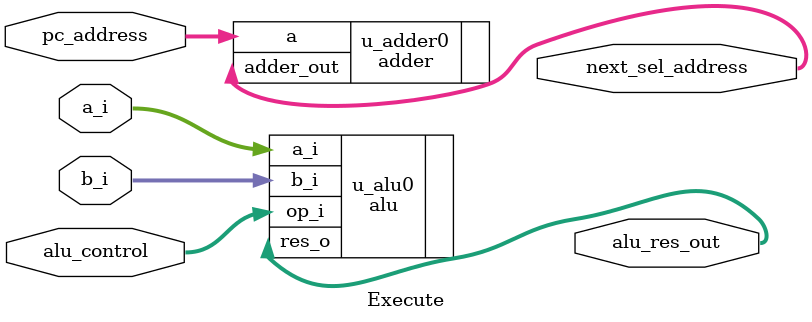
<source format=sv>
module Execute (
    input wire [31:0] a_i,
    input wire [31:0] b_i,
    input wire [3:0]  alu_control,
    input wire [31:0] pc_address,

    output wire [31:0] alu_res_out,
    output wire [31:0] next_sel_address
    );

    // ALU
    alu u_alu0 
    (
        .a_i(a_i),
        .b_i(b_i),
        .op_i(alu_control),
        .res_o(alu_res_out)
    );
    //adder
    adder u_adder0(
        .a(pc_address),
        .adder_out(next_sel_address)
    );
endmodule
</source>
